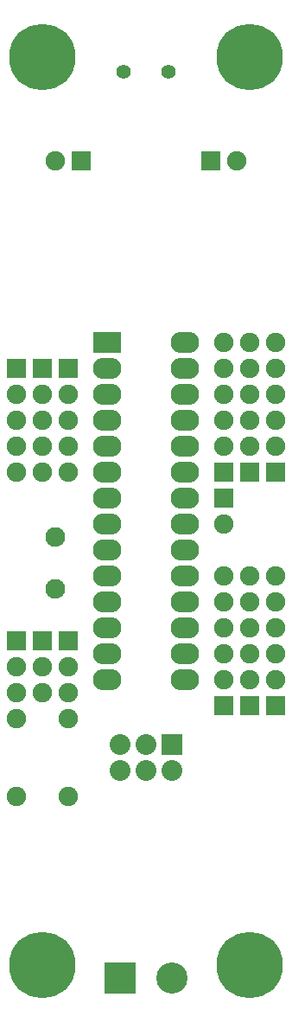
<source format=gbs>
G04 (created by PCBNEW (2012-12-10 BZR 3844)-stable) date Tue 18 Dec 2012 09:21:11 AM CET*
%MOIN*%
G04 Gerber Fmt 3.4, Leading zero omitted, Abs format*
%FSLAX34Y34*%
G01*
G70*
G90*
G04 APERTURE LIST*
%ADD10C,0.006*%
%ADD11C,0.076*%
%ADD12R,0.075X0.075*%
%ADD13C,0.075*%
%ADD14O,0.11X0.082*%
%ADD15R,0.11X0.082*%
%ADD16R,0.12X0.12*%
%ADD17C,0.12*%
%ADD18C,0.2562*%
%ADD19C,0.0554*%
%ADD20R,0.08X0.08*%
%ADD21C,0.08*%
G04 APERTURE END LIST*
G54D10*
G54D11*
X2500Y-20500D03*
X2500Y-22500D03*
G54D12*
X3500Y-6000D03*
G54D13*
X2500Y-6000D03*
X1000Y-27500D03*
X3000Y-27500D03*
X1000Y-30500D03*
X3000Y-30500D03*
G54D12*
X9000Y-27000D03*
G54D13*
X9000Y-26000D03*
X9000Y-25000D03*
X9000Y-24000D03*
X9000Y-23000D03*
X9000Y-22000D03*
G54D12*
X9000Y-18000D03*
G54D13*
X9000Y-17000D03*
X9000Y-16000D03*
X9000Y-15000D03*
X9000Y-14000D03*
X9000Y-13000D03*
G54D12*
X10000Y-27000D03*
G54D13*
X10000Y-26000D03*
X10000Y-25000D03*
X10000Y-24000D03*
X10000Y-23000D03*
X10000Y-22000D03*
G54D12*
X11000Y-27000D03*
G54D13*
X11000Y-26000D03*
X11000Y-25000D03*
X11000Y-24000D03*
X11000Y-23000D03*
X11000Y-22000D03*
G54D12*
X10000Y-18000D03*
G54D13*
X10000Y-17000D03*
X10000Y-16000D03*
X10000Y-15000D03*
X10000Y-14000D03*
X10000Y-13000D03*
G54D12*
X11000Y-18000D03*
G54D13*
X11000Y-17000D03*
X11000Y-16000D03*
X11000Y-15000D03*
X11000Y-14000D03*
X11000Y-13000D03*
G54D12*
X3000Y-14000D03*
G54D13*
X3000Y-15000D03*
X3000Y-16000D03*
X3000Y-17000D03*
X3000Y-18000D03*
G54D12*
X2000Y-14000D03*
G54D13*
X2000Y-15000D03*
X2000Y-16000D03*
X2000Y-17000D03*
X2000Y-18000D03*
G54D12*
X1000Y-14000D03*
G54D13*
X1000Y-15000D03*
X1000Y-16000D03*
X1000Y-17000D03*
X1000Y-18000D03*
G54D12*
X1000Y-24500D03*
G54D13*
X1000Y-25500D03*
X1000Y-26500D03*
G54D12*
X2000Y-24500D03*
G54D13*
X2000Y-25500D03*
X2000Y-26500D03*
G54D12*
X3000Y-24500D03*
G54D13*
X3000Y-25500D03*
X3000Y-26500D03*
G54D12*
X8500Y-6000D03*
G54D13*
X9500Y-6000D03*
G54D12*
X9000Y-19000D03*
G54D13*
X9000Y-20000D03*
G54D14*
X4500Y-14000D03*
X4500Y-15000D03*
X4500Y-16000D03*
X4500Y-17000D03*
X4500Y-18000D03*
X4500Y-19000D03*
X4500Y-20000D03*
X4500Y-21000D03*
X4500Y-22000D03*
X4500Y-23000D03*
X4500Y-24000D03*
X4500Y-25000D03*
X4500Y-26000D03*
G54D15*
X4500Y-13000D03*
G54D14*
X7500Y-26000D03*
X7500Y-25000D03*
X7500Y-24000D03*
X7500Y-23000D03*
X7500Y-22000D03*
X7500Y-21000D03*
X7500Y-20000D03*
X7500Y-19000D03*
X7500Y-18000D03*
X7500Y-17000D03*
X7500Y-16000D03*
X7500Y-15000D03*
X7500Y-14000D03*
X7500Y-13000D03*
G54D16*
X5000Y-37500D03*
G54D17*
X7000Y-37500D03*
G54D18*
X2000Y-2000D03*
X10000Y-2000D03*
X2000Y-37000D03*
X10000Y-37000D03*
G54D19*
X6865Y-2540D03*
X5134Y-2540D03*
G54D20*
X7000Y-28500D03*
G54D21*
X7000Y-29500D03*
X6000Y-28500D03*
X6000Y-29500D03*
X5000Y-28500D03*
X5000Y-29500D03*
M02*

</source>
